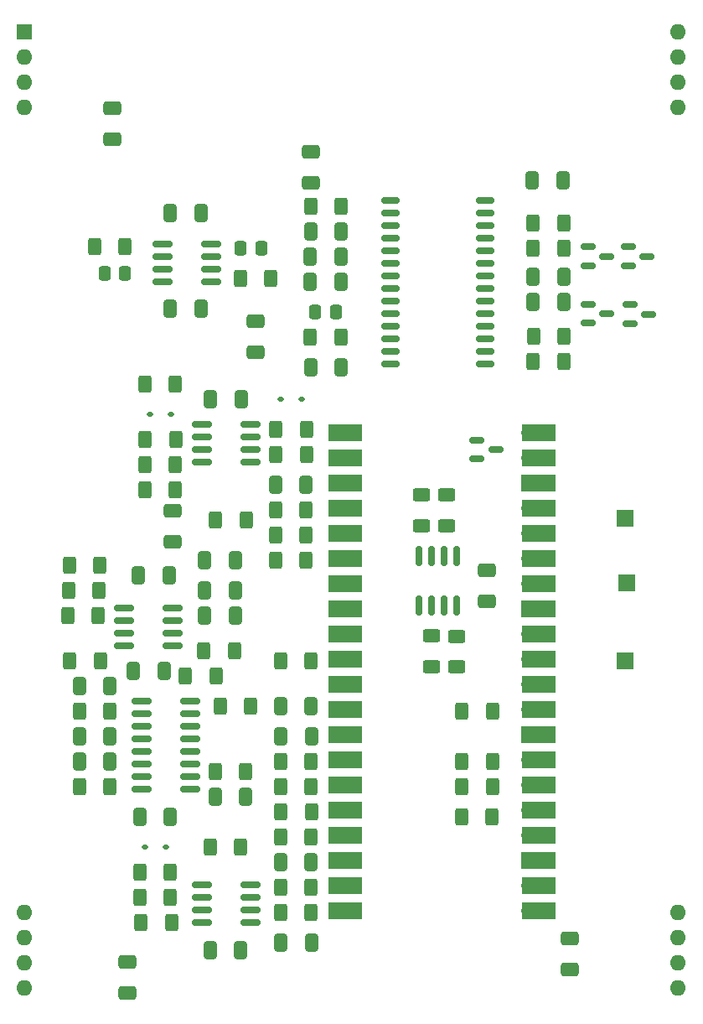
<source format=gts>
G04 #@! TF.GenerationSoftware,KiCad,Pcbnew,7.0.5-7.0.5~ubuntu22.04.1*
G04 #@! TF.CreationDate,2023-06-28T11:52:20+02:00*
G04 #@! TF.ProjectId,AS3397_proto_SMS,41533333-3937-45f7-9072-6f746f5f534d,rev?*
G04 #@! TF.SameCoordinates,Original*
G04 #@! TF.FileFunction,Soldermask,Top*
G04 #@! TF.FilePolarity,Negative*
%FSLAX46Y46*%
G04 Gerber Fmt 4.6, Leading zero omitted, Abs format (unit mm)*
G04 Created by KiCad (PCBNEW 7.0.5-7.0.5~ubuntu22.04.1) date 2023-06-28 11:52:20*
%MOMM*%
%LPD*%
G01*
G04 APERTURE LIST*
G04 Aperture macros list*
%AMRoundRect*
0 Rectangle with rounded corners*
0 $1 Rounding radius*
0 $2 $3 $4 $5 $6 $7 $8 $9 X,Y pos of 4 corners*
0 Add a 4 corners polygon primitive as box body*
4,1,4,$2,$3,$4,$5,$6,$7,$8,$9,$2,$3,0*
0 Add four circle primitives for the rounded corners*
1,1,$1+$1,$2,$3*
1,1,$1+$1,$4,$5*
1,1,$1+$1,$6,$7*
1,1,$1+$1,$8,$9*
0 Add four rect primitives between the rounded corners*
20,1,$1+$1,$2,$3,$4,$5,0*
20,1,$1+$1,$4,$5,$6,$7,0*
20,1,$1+$1,$6,$7,$8,$9,0*
20,1,$1+$1,$8,$9,$2,$3,0*%
G04 Aperture macros list end*
%ADD10RoundRect,0.250000X-0.400000X-0.625000X0.400000X-0.625000X0.400000X0.625000X-0.400000X0.625000X0*%
%ADD11RoundRect,0.112500X0.187500X0.112500X-0.187500X0.112500X-0.187500X-0.112500X0.187500X-0.112500X0*%
%ADD12O,1.700000X1.700000*%
%ADD13R,3.500000X1.700000*%
%ADD14R,1.700000X1.700000*%
%ADD15R,1.600000X1.600000*%
%ADD16O,1.600000X1.600000*%
%ADD17RoundRect,0.112500X-0.187500X-0.112500X0.187500X-0.112500X0.187500X0.112500X-0.187500X0.112500X0*%
%ADD18RoundRect,0.250000X-0.650000X0.412500X-0.650000X-0.412500X0.650000X-0.412500X0.650000X0.412500X0*%
%ADD19RoundRect,0.250000X0.650000X-0.412500X0.650000X0.412500X-0.650000X0.412500X-0.650000X-0.412500X0*%
%ADD20RoundRect,0.150000X-0.587500X-0.150000X0.587500X-0.150000X0.587500X0.150000X-0.587500X0.150000X0*%
%ADD21RoundRect,0.250000X0.412500X0.650000X-0.412500X0.650000X-0.412500X-0.650000X0.412500X-0.650000X0*%
%ADD22RoundRect,0.250000X-0.412500X-0.650000X0.412500X-0.650000X0.412500X0.650000X-0.412500X0.650000X0*%
%ADD23RoundRect,0.250000X0.400000X0.625000X-0.400000X0.625000X-0.400000X-0.625000X0.400000X-0.625000X0*%
%ADD24RoundRect,0.250000X0.337500X0.475000X-0.337500X0.475000X-0.337500X-0.475000X0.337500X-0.475000X0*%
%ADD25RoundRect,0.150000X0.825000X0.150000X-0.825000X0.150000X-0.825000X-0.150000X0.825000X-0.150000X0*%
%ADD26RoundRect,0.250000X-0.337500X-0.475000X0.337500X-0.475000X0.337500X0.475000X-0.337500X0.475000X0*%
%ADD27RoundRect,0.150000X0.750000X0.150000X-0.750000X0.150000X-0.750000X-0.150000X0.750000X-0.150000X0*%
%ADD28RoundRect,0.150000X-0.825000X-0.150000X0.825000X-0.150000X0.825000X0.150000X-0.825000X0.150000X0*%
%ADD29RoundRect,0.250000X0.625000X-0.400000X0.625000X0.400000X-0.625000X0.400000X-0.625000X-0.400000X0*%
%ADD30RoundRect,0.250000X-0.625000X0.400000X-0.625000X-0.400000X0.625000X-0.400000X0.625000X0.400000X0*%
%ADD31RoundRect,0.150000X-0.150000X0.825000X-0.150000X-0.825000X0.150000X-0.825000X0.150000X0.825000X0*%
G04 APERTURE END LIST*
D10*
X125450000Y-121920000D03*
X128550000Y-121920000D03*
D11*
X96082500Y-84328000D03*
X93982500Y-84328000D03*
D12*
X114554000Y-86233000D03*
D13*
X113654000Y-86233000D03*
D12*
X114554000Y-88773000D03*
D13*
X113654000Y-88773000D03*
D14*
X114554000Y-91313000D03*
D13*
X113654000Y-91313000D03*
D12*
X114554000Y-93853000D03*
D13*
X113654000Y-93853000D03*
D12*
X114554000Y-96393000D03*
D13*
X113654000Y-96393000D03*
D12*
X114554000Y-98933000D03*
D13*
X113654000Y-98933000D03*
D12*
X114554000Y-101473000D03*
D13*
X113654000Y-101473000D03*
D14*
X114554000Y-104013000D03*
D13*
X113654000Y-104013000D03*
D12*
X114554000Y-106553000D03*
D13*
X113654000Y-106553000D03*
D12*
X114554000Y-109093000D03*
D13*
X113654000Y-109093000D03*
D12*
X114554000Y-111633000D03*
D13*
X113654000Y-111633000D03*
D12*
X114554000Y-114173000D03*
D13*
X113654000Y-114173000D03*
D14*
X114554000Y-116713000D03*
D13*
X113654000Y-116713000D03*
D12*
X114554000Y-119253000D03*
D13*
X113654000Y-119253000D03*
D12*
X114554000Y-121793000D03*
D13*
X113654000Y-121793000D03*
D12*
X114554000Y-124333000D03*
D13*
X113654000Y-124333000D03*
D12*
X114554000Y-126873000D03*
D13*
X113654000Y-126873000D03*
D14*
X114554000Y-129413000D03*
D13*
X113654000Y-129413000D03*
D12*
X114554000Y-131953000D03*
D13*
X113654000Y-131953000D03*
D12*
X114554000Y-134493000D03*
D13*
X113654000Y-134493000D03*
D12*
X132334000Y-134493000D03*
D13*
X133234000Y-134493000D03*
D12*
X132334000Y-131953000D03*
D13*
X133234000Y-131953000D03*
D14*
X132334000Y-129413000D03*
D13*
X133234000Y-129413000D03*
D12*
X132334000Y-126873000D03*
D13*
X133234000Y-126873000D03*
D12*
X132334000Y-124333000D03*
D13*
X133234000Y-124333000D03*
D12*
X132334000Y-121793000D03*
D13*
X133234000Y-121793000D03*
D12*
X132334000Y-119253000D03*
D13*
X133234000Y-119253000D03*
D14*
X132334000Y-116713000D03*
D13*
X133234000Y-116713000D03*
D12*
X132334000Y-114173000D03*
D13*
X133234000Y-114173000D03*
D12*
X132334000Y-111633000D03*
D13*
X133234000Y-111633000D03*
D12*
X132334000Y-109093000D03*
D13*
X133234000Y-109093000D03*
D12*
X132334000Y-106553000D03*
D13*
X133234000Y-106553000D03*
D14*
X132334000Y-104013000D03*
D13*
X133234000Y-104013000D03*
D12*
X132334000Y-101473000D03*
D13*
X133234000Y-101473000D03*
D12*
X132334000Y-98933000D03*
D13*
X133234000Y-98933000D03*
D12*
X132334000Y-96393000D03*
D13*
X133234000Y-96393000D03*
D12*
X132334000Y-93853000D03*
D13*
X133234000Y-93853000D03*
D14*
X132334000Y-91313000D03*
D13*
X133234000Y-91313000D03*
D12*
X132334000Y-88773000D03*
D13*
X133234000Y-88773000D03*
D12*
X132334000Y-86233000D03*
D13*
X133234000Y-86233000D03*
D15*
X81280000Y-45720000D03*
D16*
X81280000Y-48260000D03*
X81280000Y-50800000D03*
X81280000Y-53340000D03*
X81280000Y-134620000D03*
X81280000Y-137160000D03*
X81280000Y-139700000D03*
X81280000Y-142240000D03*
X147320000Y-142240000D03*
X147320000Y-139700000D03*
X147320000Y-137160000D03*
X147320000Y-134620000D03*
X147320000Y-53340000D03*
X147320000Y-50800000D03*
X147320000Y-48260000D03*
X147320000Y-45720000D03*
D17*
X93474500Y-128016000D03*
X95574500Y-128016000D03*
X107190500Y-82804000D03*
X109290500Y-82804000D03*
D18*
X136398000Y-137226500D03*
X136398000Y-140351500D03*
X90170000Y-53428500D03*
X90170000Y-56553500D03*
D19*
X91694000Y-142764500D03*
X91694000Y-139639500D03*
D18*
X104648000Y-74913500D03*
X104648000Y-78038500D03*
D20*
X138253000Y-67437000D03*
X138253000Y-69337000D03*
X140128000Y-68387000D03*
D18*
X96266000Y-94107000D03*
X96266000Y-97232000D03*
D21*
X110313000Y-116840000D03*
X107188000Y-116840000D03*
D22*
X106603000Y-91440000D03*
X109728000Y-91440000D03*
D10*
X106680000Y-85852000D03*
X109780000Y-85852000D03*
D23*
X100636000Y-110744000D03*
X97536000Y-110744000D03*
X135765000Y-65024000D03*
X132665000Y-65024000D03*
X96012000Y-130556000D03*
X92912000Y-130556000D03*
X88705936Y-104648000D03*
X85605936Y-104648000D03*
X113259000Y-63373000D03*
X110159000Y-63373000D03*
X110236000Y-109220000D03*
X107136000Y-109220000D03*
D24*
X112699000Y-74041000D03*
X110624000Y-74041000D03*
D25*
X96244936Y-107696000D03*
X96244936Y-106426000D03*
X96244936Y-105156000D03*
X96244936Y-103886000D03*
X91294936Y-103886000D03*
X91294936Y-105156000D03*
X91294936Y-106426000D03*
X91294936Y-107696000D03*
D23*
X110236000Y-121920000D03*
X107136000Y-121920000D03*
X135796000Y-76492000D03*
X132696000Y-76492000D03*
X135771000Y-79032000D03*
X132671000Y-79032000D03*
D22*
X92233936Y-110236000D03*
X95358936Y-110236000D03*
D21*
X110313000Y-137668000D03*
X107188000Y-137668000D03*
D26*
X103124000Y-67564000D03*
X105199000Y-67564000D03*
D22*
X99999000Y-138430000D03*
X103124000Y-138430000D03*
D10*
X85800000Y-99568000D03*
X88900000Y-99568000D03*
D23*
X89916000Y-121920000D03*
X86816000Y-121920000D03*
X110236000Y-132080000D03*
X107136000Y-132080000D03*
D22*
X99422936Y-102108000D03*
X102547936Y-102108000D03*
D27*
X127814166Y-79248000D03*
X127814166Y-77978000D03*
X127814166Y-76708000D03*
X127814166Y-75438000D03*
X127814166Y-74168000D03*
X127814166Y-72898000D03*
X127814166Y-71628000D03*
X127814166Y-70358000D03*
X127814166Y-69088000D03*
X127814166Y-67818000D03*
X127814166Y-66548000D03*
X127814166Y-65278000D03*
X127814166Y-64008000D03*
X127814166Y-62738000D03*
X118214166Y-62738000D03*
X118214166Y-64008000D03*
X118214166Y-65278000D03*
X118214166Y-66548000D03*
X118214166Y-67818000D03*
X118214166Y-69088000D03*
X118214166Y-70358000D03*
X118214166Y-71628000D03*
X118214166Y-72898000D03*
X118214166Y-74168000D03*
X118214166Y-75438000D03*
X118214166Y-76708000D03*
X118214166Y-77978000D03*
X118214166Y-79248000D03*
D23*
X110236000Y-127000000D03*
X107136000Y-127000000D03*
D22*
X132665000Y-70485000D03*
X135790000Y-70485000D03*
D10*
X88321000Y-67437000D03*
X91421000Y-67437000D03*
D22*
X107111000Y-113792000D03*
X110236000Y-113792000D03*
D23*
X110288000Y-124460000D03*
X107188000Y-124460000D03*
D25*
X104140000Y-89154000D03*
X104140000Y-87884000D03*
X104140000Y-86614000D03*
X104140000Y-85344000D03*
X99190000Y-85344000D03*
X99190000Y-86614000D03*
X99190000Y-87884000D03*
X99190000Y-89154000D03*
D28*
X95182000Y-67183000D03*
X95182000Y-68453000D03*
X95182000Y-69723000D03*
X95182000Y-70993000D03*
X100132000Y-70993000D03*
X100132000Y-69723000D03*
X100132000Y-68453000D03*
X100132000Y-67183000D03*
D23*
X89916000Y-114300000D03*
X86816000Y-114300000D03*
D21*
X92887000Y-124968000D03*
X96012000Y-124968000D03*
X113284000Y-65913000D03*
X110159000Y-65913000D03*
D28*
X99190000Y-131826000D03*
X99190000Y-133096000D03*
X99190000Y-134366000D03*
X99190000Y-135636000D03*
X104140000Y-135636000D03*
X104140000Y-134366000D03*
X104140000Y-133096000D03*
X104140000Y-131826000D03*
D10*
X93420000Y-91948000D03*
X96520000Y-91948000D03*
D23*
X102470936Y-108204000D03*
X99370936Y-108204000D03*
D21*
X89916000Y-111760000D03*
X86791000Y-111760000D03*
D10*
X103072000Y-70612000D03*
X106172000Y-70612000D03*
D20*
X142474000Y-73284000D03*
X142474000Y-75184000D03*
X144349000Y-74234000D03*
D23*
X109728000Y-99060000D03*
X106628000Y-99060000D03*
D21*
X113284000Y-79629000D03*
X110159000Y-79629000D03*
X113207000Y-70993000D03*
X110082000Y-70993000D03*
X110236000Y-129540000D03*
X107111000Y-129540000D03*
D10*
X106628000Y-96520000D03*
X109728000Y-96520000D03*
D22*
X92780436Y-100584000D03*
X95905436Y-100584000D03*
D10*
X100532000Y-120396000D03*
X103632000Y-120396000D03*
D22*
X99422936Y-104648000D03*
X102547936Y-104648000D03*
D26*
X89365000Y-70104000D03*
X91440000Y-70104000D03*
D22*
X132588000Y-60706000D03*
X135713000Y-60706000D03*
D19*
X110236000Y-60960000D03*
X110236000Y-57835000D03*
D23*
X103684000Y-94996000D03*
X100584000Y-94996000D03*
X110236000Y-119380000D03*
X107136000Y-119380000D03*
D21*
X103632000Y-122936000D03*
X100507000Y-122936000D03*
D22*
X132665000Y-73025000D03*
X135790000Y-73025000D03*
D10*
X106628000Y-93980000D03*
X109728000Y-93980000D03*
D28*
X93094000Y-113284000D03*
X93094000Y-114554000D03*
X93094000Y-115824000D03*
X93094000Y-117094000D03*
X93094000Y-118364000D03*
X93094000Y-119634000D03*
X93094000Y-120904000D03*
X93094000Y-122174000D03*
X98044000Y-122174000D03*
X98044000Y-120904000D03*
X98044000Y-119634000D03*
X98044000Y-118364000D03*
X98044000Y-117094000D03*
X98044000Y-115824000D03*
X98044000Y-114554000D03*
X98044000Y-113284000D03*
D20*
X142317000Y-67437000D03*
X142317000Y-69337000D03*
X144192000Y-68387000D03*
D23*
X109780000Y-88392000D03*
X106680000Y-88392000D03*
X96539738Y-86868000D03*
X93439738Y-86868000D03*
D10*
X93420000Y-89408000D03*
X96520000Y-89408000D03*
D21*
X99137000Y-64008000D03*
X96012000Y-64008000D03*
D20*
X138253000Y-73218000D03*
X138253000Y-75118000D03*
X140128000Y-74168000D03*
D21*
X89916000Y-116840000D03*
X86791000Y-116840000D03*
D14*
X142113000Y-101346000D03*
D23*
X96012000Y-133096000D03*
X92912000Y-133096000D03*
D10*
X110107000Y-76581000D03*
X113207000Y-76581000D03*
D23*
X96142000Y-135636000D03*
X93042000Y-135636000D03*
X135765000Y-67564000D03*
X132665000Y-67564000D03*
X88806936Y-102108000D03*
X85706936Y-102108000D03*
D22*
X96012000Y-73660000D03*
X99137000Y-73660000D03*
D23*
X96520000Y-81280000D03*
X93420000Y-81280000D03*
D21*
X89916000Y-119380000D03*
X86791000Y-119380000D03*
D14*
X141986000Y-94869000D03*
D10*
X101040000Y-113792000D03*
X104140000Y-113792000D03*
X100024000Y-128016000D03*
X103124000Y-128016000D03*
D14*
X141986000Y-109220000D03*
D22*
X99422936Y-99060000D03*
X102547936Y-99060000D03*
X110082000Y-68453000D03*
X113207000Y-68453000D03*
D23*
X110236000Y-134620000D03*
X107136000Y-134620000D03*
D21*
X103201000Y-82804000D03*
X100076000Y-82804000D03*
D10*
X85852000Y-109220000D03*
X88952000Y-109220000D03*
D29*
X122428000Y-109780000D03*
X122428000Y-106680000D03*
D10*
X125450000Y-119380000D03*
X128550000Y-119380000D03*
D30*
X124968000Y-106732000D03*
X124968000Y-109832000D03*
X121412000Y-92456000D03*
X121412000Y-95556000D03*
D29*
X123952000Y-95556000D03*
X123952000Y-92456000D03*
D31*
X124968000Y-98669000D03*
X123698000Y-98669000D03*
X122428000Y-98669000D03*
X121158000Y-98669000D03*
X121158000Y-103619000D03*
X122428000Y-103619000D03*
X123698000Y-103619000D03*
X124968000Y-103619000D03*
D20*
X127000000Y-86934000D03*
X127000000Y-88834000D03*
X128875000Y-87884000D03*
D23*
X128524000Y-124968000D03*
X125424000Y-124968000D03*
D19*
X128016000Y-103176000D03*
X128016000Y-100051000D03*
D23*
X128550000Y-114300000D03*
X125450000Y-114300000D03*
M02*

</source>
